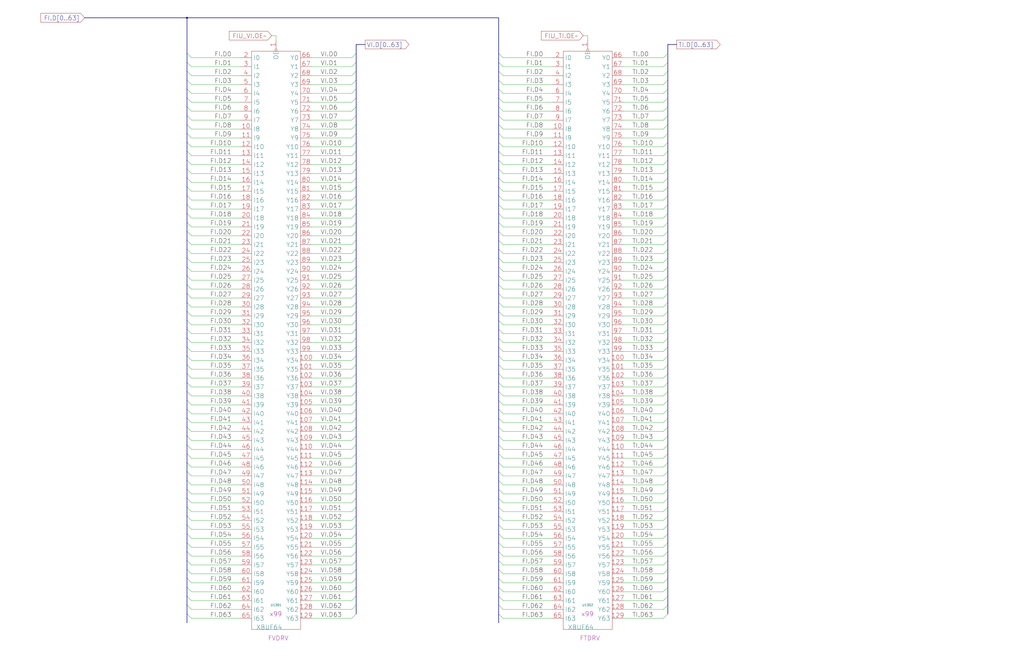
<source format=kicad_sch>
(kicad_sch (version 20211123) (generator eeschema)
  (paper "User" 584.2 378.46)
  (title_block (title "FIU_TV BUS DRIVERS") (date "20-MAR-90") (rev "1.0") (comment 1 "FIU") (comment 2 "232-003065") (comment 3 "S400") (comment 4 "RELEASED"))
  (bus (pts (xy 106.68 10.16) (xy 106.68 30.48)))
  (bus (pts (xy 106.68 10.16) (xy 284.48 10.16)))
  (bus (pts (xy 106.68 101.6) (xy 106.68 106.68)))
  (bus (pts (xy 106.68 106.68) (xy 106.68 111.76)))
  (bus (pts (xy 106.68 111.76) (xy 106.68 116.84)))
  (bus (pts (xy 106.68 116.84) (xy 106.68 121.92)))
  (bus (pts (xy 106.68 121.92) (xy 106.68 127)))
  (bus (pts (xy 106.68 127) (xy 106.68 132.08)))
  (bus (pts (xy 106.68 132.08) (xy 106.68 137.16)))
  (bus (pts (xy 106.68 137.16) (xy 106.68 142.24)))
  (bus (pts (xy 106.68 142.24) (xy 106.68 147.32)))
  (bus (pts (xy 106.68 147.32) (xy 106.68 152.4)))
  (bus (pts (xy 106.68 152.4) (xy 106.68 157.48)))
  (bus (pts (xy 106.68 157.48) (xy 106.68 162.56)))
  (bus (pts (xy 106.68 162.56) (xy 106.68 167.64)))
  (bus (pts (xy 106.68 167.64) (xy 106.68 172.72)))
  (bus (pts (xy 106.68 172.72) (xy 106.68 177.8)))
  (bus (pts (xy 106.68 177.8) (xy 106.68 182.88)))
  (bus (pts (xy 106.68 182.88) (xy 106.68 187.96)))
  (bus (pts (xy 106.68 187.96) (xy 106.68 193.04)))
  (bus (pts (xy 106.68 193.04) (xy 106.68 198.12)))
  (bus (pts (xy 106.68 198.12) (xy 106.68 203.2)))
  (bus (pts (xy 106.68 203.2) (xy 106.68 208.28)))
  (bus (pts (xy 106.68 208.28) (xy 106.68 213.36)))
  (bus (pts (xy 106.68 213.36) (xy 106.68 218.44)))
  (bus (pts (xy 106.68 218.44) (xy 106.68 223.52)))
  (bus (pts (xy 106.68 223.52) (xy 106.68 228.6)))
  (bus (pts (xy 106.68 228.6) (xy 106.68 233.68)))
  (bus (pts (xy 106.68 233.68) (xy 106.68 238.76)))
  (bus (pts (xy 106.68 238.76) (xy 106.68 243.84)))
  (bus (pts (xy 106.68 243.84) (xy 106.68 248.92)))
  (bus (pts (xy 106.68 248.92) (xy 106.68 254)))
  (bus (pts (xy 106.68 254) (xy 106.68 259.08)))
  (bus (pts (xy 106.68 259.08) (xy 106.68 264.16)))
  (bus (pts (xy 106.68 264.16) (xy 106.68 269.24)))
  (bus (pts (xy 106.68 269.24) (xy 106.68 274.32)))
  (bus (pts (xy 106.68 274.32) (xy 106.68 279.4)))
  (bus (pts (xy 106.68 279.4) (xy 106.68 284.48)))
  (bus (pts (xy 106.68 284.48) (xy 106.68 289.56)))
  (bus (pts (xy 106.68 289.56) (xy 106.68 294.64)))
  (bus (pts (xy 106.68 294.64) (xy 106.68 299.72)))
  (bus (pts (xy 106.68 299.72) (xy 106.68 304.8)))
  (bus (pts (xy 106.68 30.48) (xy 106.68 35.56)))
  (bus (pts (xy 106.68 304.8) (xy 106.68 309.88)))
  (bus (pts (xy 106.68 309.88) (xy 106.68 314.96)))
  (bus (pts (xy 106.68 314.96) (xy 106.68 320.04)))
  (bus (pts (xy 106.68 320.04) (xy 106.68 325.12)))
  (bus (pts (xy 106.68 325.12) (xy 106.68 330.2)))
  (bus (pts (xy 106.68 330.2) (xy 106.68 335.28)))
  (bus (pts (xy 106.68 335.28) (xy 106.68 340.36)))
  (bus (pts (xy 106.68 340.36) (xy 106.68 345.44)))
  (bus (pts (xy 106.68 345.44) (xy 106.68 350.52)))
  (bus (pts (xy 106.68 35.56) (xy 106.68 40.64)))
  (bus (pts (xy 106.68 350.52) (xy 106.68 355.6)))
  (bus (pts (xy 106.68 40.64) (xy 106.68 45.72)))
  (bus (pts (xy 106.68 45.72) (xy 106.68 50.8)))
  (bus (pts (xy 106.68 50.8) (xy 106.68 55.88)))
  (bus (pts (xy 106.68 55.88) (xy 106.68 60.96)))
  (bus (pts (xy 106.68 60.96) (xy 106.68 66.04)))
  (bus (pts (xy 106.68 66.04) (xy 106.68 71.12)))
  (bus (pts (xy 106.68 71.12) (xy 106.68 76.2)))
  (bus (pts (xy 106.68 76.2) (xy 106.68 81.28)))
  (bus (pts (xy 106.68 81.28) (xy 106.68 86.36)))
  (bus (pts (xy 106.68 86.36) (xy 106.68 91.44)))
  (bus (pts (xy 106.68 91.44) (xy 106.68 96.52)))
  (bus (pts (xy 106.68 96.52) (xy 106.68 101.6)))
  (bus (pts (xy 203.2 101.6) (xy 203.2 106.68)))
  (bus (pts (xy 203.2 106.68) (xy 203.2 111.76)))
  (bus (pts (xy 203.2 111.76) (xy 203.2 116.84)))
  (bus (pts (xy 203.2 116.84) (xy 203.2 121.92)))
  (bus (pts (xy 203.2 121.92) (xy 203.2 127)))
  (bus (pts (xy 203.2 127) (xy 203.2 132.08)))
  (bus (pts (xy 203.2 132.08) (xy 203.2 137.16)))
  (bus (pts (xy 203.2 137.16) (xy 203.2 142.24)))
  (bus (pts (xy 203.2 142.24) (xy 203.2 147.32)))
  (bus (pts (xy 203.2 147.32) (xy 203.2 152.4)))
  (bus (pts (xy 203.2 152.4) (xy 203.2 157.48)))
  (bus (pts (xy 203.2 157.48) (xy 203.2 162.56)))
  (bus (pts (xy 203.2 162.56) (xy 203.2 167.64)))
  (bus (pts (xy 203.2 167.64) (xy 203.2 172.72)))
  (bus (pts (xy 203.2 172.72) (xy 203.2 177.8)))
  (bus (pts (xy 203.2 177.8) (xy 203.2 182.88)))
  (bus (pts (xy 203.2 182.88) (xy 203.2 187.96)))
  (bus (pts (xy 203.2 187.96) (xy 203.2 193.04)))
  (bus (pts (xy 203.2 193.04) (xy 203.2 198.12)))
  (bus (pts (xy 203.2 198.12) (xy 203.2 203.2)))
  (bus (pts (xy 203.2 203.2) (xy 203.2 208.28)))
  (bus (pts (xy 203.2 208.28) (xy 203.2 213.36)))
  (bus (pts (xy 203.2 213.36) (xy 203.2 218.44)))
  (bus (pts (xy 203.2 218.44) (xy 203.2 223.52)))
  (bus (pts (xy 203.2 223.52) (xy 203.2 228.6)))
  (bus (pts (xy 203.2 228.6) (xy 203.2 233.68)))
  (bus (pts (xy 203.2 233.68) (xy 203.2 238.76)))
  (bus (pts (xy 203.2 238.76) (xy 203.2 243.84)))
  (bus (pts (xy 203.2 243.84) (xy 203.2 248.92)))
  (bus (pts (xy 203.2 248.92) (xy 203.2 254)))
  (bus (pts (xy 203.2 25.4) (xy 203.2 30.48)))
  (bus (pts (xy 203.2 254) (xy 203.2 259.08)))
  (bus (pts (xy 203.2 259.08) (xy 203.2 264.16)))
  (bus (pts (xy 203.2 264.16) (xy 203.2 269.24)))
  (bus (pts (xy 203.2 269.24) (xy 203.2 274.32)))
  (bus (pts (xy 203.2 274.32) (xy 203.2 279.4)))
  (bus (pts (xy 203.2 279.4) (xy 203.2 284.48)))
  (bus (pts (xy 203.2 284.48) (xy 203.2 289.56)))
  (bus (pts (xy 203.2 289.56) (xy 203.2 294.64)))
  (bus (pts (xy 203.2 294.64) (xy 203.2 299.72)))
  (bus (pts (xy 203.2 299.72) (xy 203.2 304.8)))
  (bus (pts (xy 203.2 30.48) (xy 203.2 35.56)))
  (bus (pts (xy 203.2 304.8) (xy 203.2 309.88)))
  (bus (pts (xy 203.2 309.88) (xy 203.2 314.96)))
  (bus (pts (xy 203.2 314.96) (xy 203.2 320.04)))
  (bus (pts (xy 203.2 320.04) (xy 203.2 325.12)))
  (bus (pts (xy 203.2 325.12) (xy 203.2 330.2)))
  (bus (pts (xy 203.2 330.2) (xy 203.2 335.28)))
  (bus (pts (xy 203.2 335.28) (xy 203.2 340.36)))
  (bus (pts (xy 203.2 340.36) (xy 203.2 345.44)))
  (bus (pts (xy 203.2 345.44) (xy 203.2 350.52)))
  (bus (pts (xy 203.2 35.56) (xy 203.2 40.64)))
  (bus (pts (xy 203.2 40.64) (xy 203.2 45.72)))
  (bus (pts (xy 203.2 45.72) (xy 203.2 50.8)))
  (bus (pts (xy 203.2 50.8) (xy 203.2 55.88)))
  (bus (pts (xy 203.2 55.88) (xy 203.2 60.96)))
  (bus (pts (xy 203.2 60.96) (xy 203.2 66.04)))
  (bus (pts (xy 203.2 66.04) (xy 203.2 71.12)))
  (bus (pts (xy 203.2 71.12) (xy 203.2 76.2)))
  (bus (pts (xy 203.2 76.2) (xy 203.2 81.28)))
  (bus (pts (xy 203.2 81.28) (xy 203.2 86.36)))
  (bus (pts (xy 203.2 86.36) (xy 203.2 91.44)))
  (bus (pts (xy 203.2 91.44) (xy 203.2 96.52)))
  (bus (pts (xy 203.2 96.52) (xy 203.2 101.6)))
  (bus (pts (xy 208.28 25.4) (xy 203.2 25.4)))
  (bus (pts (xy 284.48 10.16) (xy 284.48 30.48)))
  (bus (pts (xy 284.48 101.6) (xy 284.48 106.68)))
  (bus (pts (xy 284.48 106.68) (xy 284.48 111.76)))
  (bus (pts (xy 284.48 111.76) (xy 284.48 116.84)))
  (bus (pts (xy 284.48 116.84) (xy 284.48 121.92)))
  (bus (pts (xy 284.48 121.92) (xy 284.48 127)))
  (bus (pts (xy 284.48 127) (xy 284.48 132.08)))
  (bus (pts (xy 284.48 132.08) (xy 284.48 137.16)))
  (bus (pts (xy 284.48 137.16) (xy 284.48 142.24)))
  (bus (pts (xy 284.48 142.24) (xy 284.48 147.32)))
  (bus (pts (xy 284.48 147.32) (xy 284.48 152.4)))
  (bus (pts (xy 284.48 152.4) (xy 284.48 157.48)))
  (bus (pts (xy 284.48 157.48) (xy 284.48 162.56)))
  (bus (pts (xy 284.48 162.56) (xy 284.48 167.64)))
  (bus (pts (xy 284.48 167.64) (xy 284.48 172.72)))
  (bus (pts (xy 284.48 172.72) (xy 284.48 177.8)))
  (bus (pts (xy 284.48 177.8) (xy 284.48 182.88)))
  (bus (pts (xy 284.48 182.88) (xy 284.48 187.96)))
  (bus (pts (xy 284.48 187.96) (xy 284.48 193.04)))
  (bus (pts (xy 284.48 193.04) (xy 284.48 198.12)))
  (bus (pts (xy 284.48 198.12) (xy 284.48 203.2)))
  (bus (pts (xy 284.48 203.2) (xy 284.48 208.28)))
  (bus (pts (xy 284.48 208.28) (xy 284.48 213.36)))
  (bus (pts (xy 284.48 213.36) (xy 284.48 218.44)))
  (bus (pts (xy 284.48 218.44) (xy 284.48 223.52)))
  (bus (pts (xy 284.48 223.52) (xy 284.48 228.6)))
  (bus (pts (xy 284.48 228.6) (xy 284.48 233.68)))
  (bus (pts (xy 284.48 233.68) (xy 284.48 238.76)))
  (bus (pts (xy 284.48 238.76) (xy 284.48 243.84)))
  (bus (pts (xy 284.48 243.84) (xy 284.48 248.92)))
  (bus (pts (xy 284.48 248.92) (xy 284.48 254)))
  (bus (pts (xy 284.48 254) (xy 284.48 259.08)))
  (bus (pts (xy 284.48 259.08) (xy 284.48 264.16)))
  (bus (pts (xy 284.48 264.16) (xy 284.48 269.24)))
  (bus (pts (xy 284.48 269.24) (xy 284.48 274.32)))
  (bus (pts (xy 284.48 274.32) (xy 284.48 279.4)))
  (bus (pts (xy 284.48 279.4) (xy 284.48 284.48)))
  (bus (pts (xy 284.48 284.48) (xy 284.48 289.56)))
  (bus (pts (xy 284.48 289.56) (xy 284.48 294.64)))
  (bus (pts (xy 284.48 294.64) (xy 284.48 299.72)))
  (bus (pts (xy 284.48 299.72) (xy 284.48 304.8)))
  (bus (pts (xy 284.48 30.48) (xy 284.48 35.56)))
  (bus (pts (xy 284.48 304.8) (xy 284.48 309.88)))
  (bus (pts (xy 284.48 309.88) (xy 284.48 314.96)))
  (bus (pts (xy 284.48 314.96) (xy 284.48 320.04)))
  (bus (pts (xy 284.48 320.04) (xy 284.48 325.12)))
  (bus (pts (xy 284.48 325.12) (xy 284.48 330.2)))
  (bus (pts (xy 284.48 330.2) (xy 284.48 335.28)))
  (bus (pts (xy 284.48 335.28) (xy 284.48 340.36)))
  (bus (pts (xy 284.48 340.36) (xy 284.48 345.44)))
  (bus (pts (xy 284.48 345.44) (xy 284.48 350.52)))
  (bus (pts (xy 284.48 35.56) (xy 284.48 40.64)))
  (bus (pts (xy 284.48 350.52) (xy 284.48 355.6)))
  (bus (pts (xy 284.48 40.64) (xy 284.48 45.72)))
  (bus (pts (xy 284.48 45.72) (xy 284.48 50.8)))
  (bus (pts (xy 284.48 50.8) (xy 284.48 55.88)))
  (bus (pts (xy 284.48 55.88) (xy 284.48 60.96)))
  (bus (pts (xy 284.48 60.96) (xy 284.48 66.04)))
  (bus (pts (xy 284.48 66.04) (xy 284.48 71.12)))
  (bus (pts (xy 284.48 71.12) (xy 284.48 76.2)))
  (bus (pts (xy 284.48 76.2) (xy 284.48 81.28)))
  (bus (pts (xy 284.48 81.28) (xy 284.48 86.36)))
  (bus (pts (xy 284.48 86.36) (xy 284.48 91.44)))
  (bus (pts (xy 284.48 91.44) (xy 284.48 96.52)))
  (bus (pts (xy 284.48 96.52) (xy 284.48 101.6)))
  (bus (pts (xy 381 101.6) (xy 381 106.68)))
  (bus (pts (xy 381 106.68) (xy 381 111.76)))
  (bus (pts (xy 381 111.76) (xy 381 116.84)))
  (bus (pts (xy 381 116.84) (xy 381 121.92)))
  (bus (pts (xy 381 121.92) (xy 381 127)))
  (bus (pts (xy 381 127) (xy 381 132.08)))
  (bus (pts (xy 381 132.08) (xy 381 137.16)))
  (bus (pts (xy 381 137.16) (xy 381 142.24)))
  (bus (pts (xy 381 142.24) (xy 381 147.32)))
  (bus (pts (xy 381 147.32) (xy 381 152.4)))
  (bus (pts (xy 381 152.4) (xy 381 157.48)))
  (bus (pts (xy 381 157.48) (xy 381 162.56)))
  (bus (pts (xy 381 162.56) (xy 381 167.64)))
  (bus (pts (xy 381 167.64) (xy 381 172.72)))
  (bus (pts (xy 381 172.72) (xy 381 177.8)))
  (bus (pts (xy 381 177.8) (xy 381 182.88)))
  (bus (pts (xy 381 182.88) (xy 381 187.96)))
  (bus (pts (xy 381 187.96) (xy 381 193.04)))
  (bus (pts (xy 381 193.04) (xy 381 198.12)))
  (bus (pts (xy 381 198.12) (xy 381 203.2)))
  (bus (pts (xy 381 203.2) (xy 381 208.28)))
  (bus (pts (xy 381 208.28) (xy 381 213.36)))
  (bus (pts (xy 381 213.36) (xy 381 218.44)))
  (bus (pts (xy 381 218.44) (xy 381 223.52)))
  (bus (pts (xy 381 223.52) (xy 381 228.6)))
  (bus (pts (xy 381 228.6) (xy 381 233.68)))
  (bus (pts (xy 381 233.68) (xy 381 238.76)))
  (bus (pts (xy 381 238.76) (xy 381 243.84)))
  (bus (pts (xy 381 243.84) (xy 381 248.92)))
  (bus (pts (xy 381 248.92) (xy 381 254)))
  (bus (pts (xy 381 25.4) (xy 381 30.48)))
  (bus (pts (xy 381 254) (xy 381 259.08)))
  (bus (pts (xy 381 259.08) (xy 381 264.16)))
  (bus (pts (xy 381 264.16) (xy 381 269.24)))
  (bus (pts (xy 381 269.24) (xy 381 274.32)))
  (bus (pts (xy 381 274.32) (xy 381 279.4)))
  (bus (pts (xy 381 279.4) (xy 381 284.48)))
  (bus (pts (xy 381 284.48) (xy 381 289.56)))
  (bus (pts (xy 381 289.56) (xy 381 294.64)))
  (bus (pts (xy 381 294.64) (xy 381 299.72)))
  (bus (pts (xy 381 299.72) (xy 381 304.8)))
  (bus (pts (xy 381 30.48) (xy 381 35.56)))
  (bus (pts (xy 381 304.8) (xy 381 309.88)))
  (bus (pts (xy 381 309.88) (xy 381 314.96)))
  (bus (pts (xy 381 314.96) (xy 381 320.04)))
  (bus (pts (xy 381 320.04) (xy 381 325.12)))
  (bus (pts (xy 381 325.12) (xy 381 330.2)))
  (bus (pts (xy 381 330.2) (xy 381 335.28)))
  (bus (pts (xy 381 335.28) (xy 381 340.36)))
  (bus (pts (xy 381 340.36) (xy 381 345.44)))
  (bus (pts (xy 381 345.44) (xy 381 350.52)))
  (bus (pts (xy 381 35.56) (xy 381 40.64)))
  (bus (pts (xy 381 40.64) (xy 381 45.72)))
  (bus (pts (xy 381 45.72) (xy 381 50.8)))
  (bus (pts (xy 381 50.8) (xy 381 55.88)))
  (bus (pts (xy 381 55.88) (xy 381 60.96)))
  (bus (pts (xy 381 60.96) (xy 381 66.04)))
  (bus (pts (xy 381 66.04) (xy 381 71.12)))
  (bus (pts (xy 381 71.12) (xy 381 76.2)))
  (bus (pts (xy 381 76.2) (xy 381 81.28)))
  (bus (pts (xy 381 81.28) (xy 381 86.36)))
  (bus (pts (xy 381 86.36) (xy 381 91.44)))
  (bus (pts (xy 381 91.44) (xy 381 96.52)))
  (bus (pts (xy 381 96.52) (xy 381 101.6)))
  (bus (pts (xy 386.08 25.4) (xy 381 25.4)))
  (bus (pts (xy 48.26 10.16) (xy 106.68 10.16)))
  (wire (pts (xy 137.16 104.14) (xy 109.22 104.14)))
  (wire (pts (xy 137.16 109.22) (xy 109.22 109.22)))
  (wire (pts (xy 137.16 114.3) (xy 109.22 114.3)))
  (wire (pts (xy 137.16 119.38) (xy 109.22 119.38)))
  (wire (pts (xy 137.16 124.46) (xy 109.22 124.46)))
  (wire (pts (xy 137.16 129.54) (xy 109.22 129.54)))
  (wire (pts (xy 137.16 134.62) (xy 109.22 134.62)))
  (wire (pts (xy 137.16 139.7) (xy 109.22 139.7)))
  (wire (pts (xy 137.16 144.78) (xy 109.22 144.78)))
  (wire (pts (xy 137.16 149.86) (xy 109.22 149.86)))
  (wire (pts (xy 137.16 154.94) (xy 109.22 154.94)))
  (wire (pts (xy 137.16 160.02) (xy 109.22 160.02)))
  (wire (pts (xy 137.16 165.1) (xy 109.22 165.1)))
  (wire (pts (xy 137.16 170.18) (xy 109.22 170.18)))
  (wire (pts (xy 137.16 175.26) (xy 109.22 175.26)))
  (wire (pts (xy 137.16 180.34) (xy 109.22 180.34)))
  (wire (pts (xy 137.16 185.42) (xy 109.22 185.42)))
  (wire (pts (xy 137.16 190.5) (xy 109.22 190.5)))
  (wire (pts (xy 137.16 195.58) (xy 109.22 195.58)))
  (wire (pts (xy 137.16 200.66) (xy 109.22 200.66)))
  (wire (pts (xy 137.16 205.74) (xy 109.22 205.74)))
  (wire (pts (xy 137.16 210.82) (xy 109.22 210.82)))
  (wire (pts (xy 137.16 215.9) (xy 109.22 215.9)))
  (wire (pts (xy 137.16 220.98) (xy 109.22 220.98)))
  (wire (pts (xy 137.16 226.06) (xy 109.22 226.06)))
  (wire (pts (xy 137.16 231.14) (xy 109.22 231.14)))
  (wire (pts (xy 137.16 236.22) (xy 109.22 236.22)))
  (wire (pts (xy 137.16 241.3) (xy 109.22 241.3)))
  (wire (pts (xy 137.16 246.38) (xy 109.22 246.38)))
  (wire (pts (xy 137.16 251.46) (xy 109.22 251.46)))
  (wire (pts (xy 137.16 256.54) (xy 109.22 256.54)))
  (wire (pts (xy 137.16 261.62) (xy 109.22 261.62)))
  (wire (pts (xy 137.16 266.7) (xy 109.22 266.7)))
  (wire (pts (xy 137.16 271.78) (xy 109.22 271.78)))
  (wire (pts (xy 137.16 276.86) (xy 109.22 276.86)))
  (wire (pts (xy 137.16 281.94) (xy 109.22 281.94)))
  (wire (pts (xy 137.16 287.02) (xy 109.22 287.02)))
  (wire (pts (xy 137.16 292.1) (xy 109.22 292.1)))
  (wire (pts (xy 137.16 297.18) (xy 109.22 297.18)))
  (wire (pts (xy 137.16 302.26) (xy 109.22 302.26)))
  (wire (pts (xy 137.16 307.34) (xy 109.22 307.34)))
  (wire (pts (xy 137.16 312.42) (xy 109.22 312.42)))
  (wire (pts (xy 137.16 317.5) (xy 109.22 317.5)))
  (wire (pts (xy 137.16 322.58) (xy 109.22 322.58)))
  (wire (pts (xy 137.16 327.66) (xy 109.22 327.66)))
  (wire (pts (xy 137.16 33.02) (xy 109.22 33.02)))
  (wire (pts (xy 137.16 332.74) (xy 109.22 332.74)))
  (wire (pts (xy 137.16 337.82) (xy 109.22 337.82)))
  (wire (pts (xy 137.16 342.9) (xy 109.22 342.9)))
  (wire (pts (xy 137.16 347.98) (xy 109.22 347.98)))
  (wire (pts (xy 137.16 353.06) (xy 109.22 353.06)))
  (wire (pts (xy 137.16 38.1) (xy 109.22 38.1)))
  (wire (pts (xy 137.16 43.18) (xy 109.22 43.18)))
  (wire (pts (xy 137.16 48.26) (xy 109.22 48.26)))
  (wire (pts (xy 137.16 53.34) (xy 109.22 53.34)))
  (wire (pts (xy 137.16 58.42) (xy 109.22 58.42)))
  (wire (pts (xy 137.16 63.5) (xy 109.22 63.5)))
  (wire (pts (xy 137.16 68.58) (xy 109.22 68.58)))
  (wire (pts (xy 137.16 73.66) (xy 109.22 73.66)))
  (wire (pts (xy 137.16 78.74) (xy 109.22 78.74)))
  (wire (pts (xy 137.16 83.82) (xy 109.22 83.82)))
  (wire (pts (xy 137.16 88.9) (xy 109.22 88.9)))
  (wire (pts (xy 137.16 93.98) (xy 109.22 93.98)))
  (wire (pts (xy 137.16 99.06) (xy 109.22 99.06)))
  (wire (pts (xy 154.94 20.32) (xy 157.48 20.32)))
  (wire (pts (xy 157.48 20.32) (xy 157.48 22.86)))
  (wire (pts (xy 177.8 104.14) (xy 200.66 104.14)))
  (wire (pts (xy 177.8 109.22) (xy 200.66 109.22)))
  (wire (pts (xy 177.8 114.3) (xy 200.66 114.3)))
  (wire (pts (xy 177.8 119.38) (xy 200.66 119.38)))
  (wire (pts (xy 177.8 124.46) (xy 200.66 124.46)))
  (wire (pts (xy 177.8 129.54) (xy 200.66 129.54)))
  (wire (pts (xy 177.8 134.62) (xy 200.66 134.62)))
  (wire (pts (xy 177.8 139.7) (xy 200.66 139.7)))
  (wire (pts (xy 177.8 144.78) (xy 200.66 144.78)))
  (wire (pts (xy 177.8 149.86) (xy 200.66 149.86)))
  (wire (pts (xy 177.8 154.94) (xy 200.66 154.94)))
  (wire (pts (xy 177.8 160.02) (xy 200.66 160.02)))
  (wire (pts (xy 177.8 165.1) (xy 200.66 165.1)))
  (wire (pts (xy 177.8 170.18) (xy 200.66 170.18)))
  (wire (pts (xy 177.8 175.26) (xy 200.66 175.26)))
  (wire (pts (xy 177.8 180.34) (xy 200.66 180.34)))
  (wire (pts (xy 177.8 185.42) (xy 200.66 185.42)))
  (wire (pts (xy 177.8 190.5) (xy 200.66 190.5)))
  (wire (pts (xy 177.8 195.58) (xy 200.66 195.58)))
  (wire (pts (xy 177.8 200.66) (xy 200.66 200.66)))
  (wire (pts (xy 177.8 205.74) (xy 200.66 205.74)))
  (wire (pts (xy 177.8 210.82) (xy 200.66 210.82)))
  (wire (pts (xy 177.8 215.9) (xy 200.66 215.9)))
  (wire (pts (xy 177.8 220.98) (xy 200.66 220.98)))
  (wire (pts (xy 177.8 226.06) (xy 200.66 226.06)))
  (wire (pts (xy 177.8 231.14) (xy 200.66 231.14)))
  (wire (pts (xy 177.8 236.22) (xy 200.66 236.22)))
  (wire (pts (xy 177.8 241.3) (xy 200.66 241.3)))
  (wire (pts (xy 177.8 246.38) (xy 200.66 246.38)))
  (wire (pts (xy 177.8 251.46) (xy 200.66 251.46)))
  (wire (pts (xy 177.8 256.54) (xy 200.66 256.54)))
  (wire (pts (xy 177.8 261.62) (xy 200.66 261.62)))
  (wire (pts (xy 177.8 266.7) (xy 200.66 266.7)))
  (wire (pts (xy 177.8 271.78) (xy 200.66 271.78)))
  (wire (pts (xy 177.8 276.86) (xy 200.66 276.86)))
  (wire (pts (xy 177.8 281.94) (xy 200.66 281.94)))
  (wire (pts (xy 177.8 287.02) (xy 200.66 287.02)))
  (wire (pts (xy 177.8 292.1) (xy 200.66 292.1)))
  (wire (pts (xy 177.8 297.18) (xy 200.66 297.18)))
  (wire (pts (xy 177.8 302.26) (xy 200.66 302.26)))
  (wire (pts (xy 177.8 307.34) (xy 200.66 307.34)))
  (wire (pts (xy 177.8 312.42) (xy 200.66 312.42)))
  (wire (pts (xy 177.8 317.5) (xy 200.66 317.5)))
  (wire (pts (xy 177.8 322.58) (xy 200.66 322.58)))
  (wire (pts (xy 177.8 327.66) (xy 200.66 327.66)))
  (wire (pts (xy 177.8 33.02) (xy 200.66 33.02)))
  (wire (pts (xy 177.8 332.74) (xy 200.66 332.74)))
  (wire (pts (xy 177.8 337.82) (xy 200.66 337.82)))
  (wire (pts (xy 177.8 342.9) (xy 200.66 342.9)))
  (wire (pts (xy 177.8 347.98) (xy 200.66 347.98)))
  (wire (pts (xy 177.8 353.06) (xy 200.66 353.06)))
  (wire (pts (xy 177.8 38.1) (xy 200.66 38.1)))
  (wire (pts (xy 177.8 43.18) (xy 200.66 43.18)))
  (wire (pts (xy 177.8 48.26) (xy 200.66 48.26)))
  (wire (pts (xy 177.8 53.34) (xy 200.66 53.34)))
  (wire (pts (xy 177.8 58.42) (xy 200.66 58.42)))
  (wire (pts (xy 177.8 63.5) (xy 200.66 63.5)))
  (wire (pts (xy 177.8 68.58) (xy 200.66 68.58)))
  (wire (pts (xy 177.8 73.66) (xy 200.66 73.66)))
  (wire (pts (xy 177.8 78.74) (xy 200.66 78.74)))
  (wire (pts (xy 177.8 83.82) (xy 200.66 83.82)))
  (wire (pts (xy 177.8 88.9) (xy 200.66 88.9)))
  (wire (pts (xy 177.8 93.98) (xy 200.66 93.98)))
  (wire (pts (xy 177.8 99.06) (xy 200.66 99.06)))
  (wire (pts (xy 314.96 104.14) (xy 287.02 104.14)))
  (wire (pts (xy 314.96 109.22) (xy 287.02 109.22)))
  (wire (pts (xy 314.96 114.3) (xy 287.02 114.3)))
  (wire (pts (xy 314.96 119.38) (xy 287.02 119.38)))
  (wire (pts (xy 314.96 124.46) (xy 287.02 124.46)))
  (wire (pts (xy 314.96 129.54) (xy 287.02 129.54)))
  (wire (pts (xy 314.96 134.62) (xy 287.02 134.62)))
  (wire (pts (xy 314.96 139.7) (xy 287.02 139.7)))
  (wire (pts (xy 314.96 144.78) (xy 287.02 144.78)))
  (wire (pts (xy 314.96 149.86) (xy 287.02 149.86)))
  (wire (pts (xy 314.96 154.94) (xy 287.02 154.94)))
  (wire (pts (xy 314.96 160.02) (xy 287.02 160.02)))
  (wire (pts (xy 314.96 165.1) (xy 287.02 165.1)))
  (wire (pts (xy 314.96 170.18) (xy 287.02 170.18)))
  (wire (pts (xy 314.96 175.26) (xy 287.02 175.26)))
  (wire (pts (xy 314.96 180.34) (xy 287.02 180.34)))
  (wire (pts (xy 314.96 185.42) (xy 287.02 185.42)))
  (wire (pts (xy 314.96 190.5) (xy 287.02 190.5)))
  (wire (pts (xy 314.96 195.58) (xy 287.02 195.58)))
  (wire (pts (xy 314.96 200.66) (xy 287.02 200.66)))
  (wire (pts (xy 314.96 205.74) (xy 287.02 205.74)))
  (wire (pts (xy 314.96 210.82) (xy 287.02 210.82)))
  (wire (pts (xy 314.96 215.9) (xy 287.02 215.9)))
  (wire (pts (xy 314.96 220.98) (xy 287.02 220.98)))
  (wire (pts (xy 314.96 226.06) (xy 287.02 226.06)))
  (wire (pts (xy 314.96 231.14) (xy 287.02 231.14)))
  (wire (pts (xy 314.96 236.22) (xy 287.02 236.22)))
  (wire (pts (xy 314.96 241.3) (xy 287.02 241.3)))
  (wire (pts (xy 314.96 246.38) (xy 287.02 246.38)))
  (wire (pts (xy 314.96 251.46) (xy 287.02 251.46)))
  (wire (pts (xy 314.96 256.54) (xy 287.02 256.54)))
  (wire (pts (xy 314.96 261.62) (xy 287.02 261.62)))
  (wire (pts (xy 314.96 266.7) (xy 287.02 266.7)))
  (wire (pts (xy 314.96 271.78) (xy 287.02 271.78)))
  (wire (pts (xy 314.96 276.86) (xy 287.02 276.86)))
  (wire (pts (xy 314.96 281.94) (xy 287.02 281.94)))
  (wire (pts (xy 314.96 287.02) (xy 287.02 287.02)))
  (wire (pts (xy 314.96 292.1) (xy 287.02 292.1)))
  (wire (pts (xy 314.96 297.18) (xy 287.02 297.18)))
  (wire (pts (xy 314.96 302.26) (xy 287.02 302.26)))
  (wire (pts (xy 314.96 307.34) (xy 287.02 307.34)))
  (wire (pts (xy 314.96 312.42) (xy 287.02 312.42)))
  (wire (pts (xy 314.96 317.5) (xy 287.02 317.5)))
  (wire (pts (xy 314.96 322.58) (xy 287.02 322.58)))
  (wire (pts (xy 314.96 327.66) (xy 287.02 327.66)))
  (wire (pts (xy 314.96 33.02) (xy 287.02 33.02)))
  (wire (pts (xy 314.96 332.74) (xy 287.02 332.74)))
  (wire (pts (xy 314.96 337.82) (xy 287.02 337.82)))
  (wire (pts (xy 314.96 342.9) (xy 287.02 342.9)))
  (wire (pts (xy 314.96 347.98) (xy 287.02 347.98)))
  (wire (pts (xy 314.96 353.06) (xy 287.02 353.06)))
  (wire (pts (xy 314.96 38.1) (xy 287.02 38.1)))
  (wire (pts (xy 314.96 43.18) (xy 287.02 43.18)))
  (wire (pts (xy 314.96 48.26) (xy 287.02 48.26)))
  (wire (pts (xy 314.96 53.34) (xy 287.02 53.34)))
  (wire (pts (xy 314.96 58.42) (xy 287.02 58.42)))
  (wire (pts (xy 314.96 63.5) (xy 287.02 63.5)))
  (wire (pts (xy 314.96 68.58) (xy 287.02 68.58)))
  (wire (pts (xy 314.96 73.66) (xy 287.02 73.66)))
  (wire (pts (xy 314.96 78.74) (xy 287.02 78.74)))
  (wire (pts (xy 314.96 83.82) (xy 287.02 83.82)))
  (wire (pts (xy 314.96 88.9) (xy 287.02 88.9)))
  (wire (pts (xy 314.96 93.98) (xy 287.02 93.98)))
  (wire (pts (xy 314.96 99.06) (xy 287.02 99.06)))
  (wire (pts (xy 332.74 20.32) (xy 335.28 20.32)))
  (wire (pts (xy 335.28 20.32) (xy 335.28 22.86)))
  (wire (pts (xy 355.6 104.14) (xy 378.46 104.14)))
  (wire (pts (xy 355.6 109.22) (xy 378.46 109.22)))
  (wire (pts (xy 355.6 114.3) (xy 378.46 114.3)))
  (wire (pts (xy 355.6 119.38) (xy 378.46 119.38)))
  (wire (pts (xy 355.6 124.46) (xy 378.46 124.46)))
  (wire (pts (xy 355.6 129.54) (xy 378.46 129.54)))
  (wire (pts (xy 355.6 134.62) (xy 378.46 134.62)))
  (wire (pts (xy 355.6 139.7) (xy 378.46 139.7)))
  (wire (pts (xy 355.6 144.78) (xy 378.46 144.78)))
  (wire (pts (xy 355.6 149.86) (xy 378.46 149.86)))
  (wire (pts (xy 355.6 154.94) (xy 378.46 154.94)))
  (wire (pts (xy 355.6 160.02) (xy 378.46 160.02)))
  (wire (pts (xy 355.6 165.1) (xy 378.46 165.1)))
  (wire (pts (xy 355.6 170.18) (xy 378.46 170.18)))
  (wire (pts (xy 355.6 175.26) (xy 378.46 175.26)))
  (wire (pts (xy 355.6 180.34) (xy 378.46 180.34)))
  (wire (pts (xy 355.6 185.42) (xy 378.46 185.42)))
  (wire (pts (xy 355.6 190.5) (xy 378.46 190.5)))
  (wire (pts (xy 355.6 195.58) (xy 378.46 195.58)))
  (wire (pts (xy 355.6 200.66) (xy 378.46 200.66)))
  (wire (pts (xy 355.6 205.74) (xy 378.46 205.74)))
  (wire (pts (xy 355.6 210.82) (xy 378.46 210.82)))
  (wire (pts (xy 355.6 215.9) (xy 378.46 215.9)))
  (wire (pts (xy 355.6 220.98) (xy 378.46 220.98)))
  (wire (pts (xy 355.6 226.06) (xy 378.46 226.06)))
  (wire (pts (xy 355.6 231.14) (xy 378.46 231.14)))
  (wire (pts (xy 355.6 236.22) (xy 378.46 236.22)))
  (wire (pts (xy 355.6 241.3) (xy 378.46 241.3)))
  (wire (pts (xy 355.6 246.38) (xy 378.46 246.38)))
  (wire (pts (xy 355.6 251.46) (xy 378.46 251.46)))
  (wire (pts (xy 355.6 256.54) (xy 378.46 256.54)))
  (wire (pts (xy 355.6 261.62) (xy 378.46 261.62)))
  (wire (pts (xy 355.6 266.7) (xy 378.46 266.7)))
  (wire (pts (xy 355.6 271.78) (xy 378.46 271.78)))
  (wire (pts (xy 355.6 276.86) (xy 378.46 276.86)))
  (wire (pts (xy 355.6 281.94) (xy 378.46 281.94)))
  (wire (pts (xy 355.6 287.02) (xy 378.46 287.02)))
  (wire (pts (xy 355.6 292.1) (xy 378.46 292.1)))
  (wire (pts (xy 355.6 297.18) (xy 378.46 297.18)))
  (wire (pts (xy 355.6 302.26) (xy 378.46 302.26)))
  (wire (pts (xy 355.6 307.34) (xy 378.46 307.34)))
  (wire (pts (xy 355.6 312.42) (xy 378.46 312.42)))
  (wire (pts (xy 355.6 317.5) (xy 378.46 317.5)))
  (wire (pts (xy 355.6 322.58) (xy 378.46 322.58)))
  (wire (pts (xy 355.6 327.66) (xy 378.46 327.66)))
  (wire (pts (xy 355.6 33.02) (xy 378.46 33.02)))
  (wire (pts (xy 355.6 332.74) (xy 378.46 332.74)))
  (wire (pts (xy 355.6 337.82) (xy 378.46 337.82)))
  (wire (pts (xy 355.6 342.9) (xy 378.46 342.9)))
  (wire (pts (xy 355.6 347.98) (xy 378.46 347.98)))
  (wire (pts (xy 355.6 353.06) (xy 378.46 353.06)))
  (wire (pts (xy 355.6 38.1) (xy 378.46 38.1)))
  (wire (pts (xy 355.6 43.18) (xy 378.46 43.18)))
  (wire (pts (xy 355.6 48.26) (xy 378.46 48.26)))
  (wire (pts (xy 355.6 53.34) (xy 378.46 53.34)))
  (wire (pts (xy 355.6 58.42) (xy 378.46 58.42)))
  (wire (pts (xy 355.6 63.5) (xy 378.46 63.5)))
  (wire (pts (xy 355.6 68.58) (xy 378.46 68.58)))
  (wire (pts (xy 355.6 73.66) (xy 378.46 73.66)))
  (wire (pts (xy 355.6 78.74) (xy 378.46 78.74)))
  (wire (pts (xy 355.6 83.82) (xy 378.46 83.82)))
  (wire (pts (xy 355.6 88.9) (xy 378.46 88.9)))
  (wire (pts (xy 355.6 93.98) (xy 378.46 93.98)))
  (wire (pts (xy 355.6 99.06) (xy 378.46 99.06)))
  (global_label "FI.D[0..63]" (shape input) (at 48.26 10.16 180) (effects (font (size 2.54 2.54))) (property "Intersheet References" "${INTERSHEET_REFS}" (at 23.235 10.0013 0) (effects (font (size 2.54 2.54)) (justify right))))
  (junction (at 106.68 10.16))
  (bus_entry (at 106.68 30.48) (size 2.54 2.54))
  (bus_entry (at 106.68 35.56) (size 2.54 2.54))
  (bus_entry (at 106.68 40.64) (size 2.54 2.54))
  (bus_entry (at 106.68 45.72) (size 2.54 2.54))
  (bus_entry (at 106.68 50.8) (size 2.54 2.54))
  (bus_entry (at 106.68 55.88) (size 2.54 2.54))
  (bus_entry (at 106.68 60.96) (size 2.54 2.54))
  (bus_entry (at 106.68 66.04) (size 2.54 2.54))
  (bus_entry (at 106.68 71.12) (size 2.54 2.54))
  (bus_entry (at 106.68 76.2) (size 2.54 2.54))
  (bus_entry (at 106.68 81.28) (size 2.54 2.54))
  (bus_entry (at 106.68 86.36) (size 2.54 2.54))
  (bus_entry (at 106.68 91.44) (size 2.54 2.54))
  (bus_entry (at 106.68 96.52) (size 2.54 2.54))
  (bus_entry (at 106.68 101.6) (size 2.54 2.54))
  (bus_entry (at 106.68 106.68) (size 2.54 2.54))
  (bus_entry (at 106.68 111.76) (size 2.54 2.54))
  (bus_entry (at 106.68 116.84) (size 2.54 2.54))
  (bus_entry (at 106.68 121.92) (size 2.54 2.54))
  (bus_entry (at 106.68 127) (size 2.54 2.54))
  (bus_entry (at 106.68 132.08) (size 2.54 2.54))
  (bus_entry (at 106.68 137.16) (size 2.54 2.54))
  (bus_entry (at 106.68 142.24) (size 2.54 2.54))
  (bus_entry (at 106.68 147.32) (size 2.54 2.54))
  (bus_entry (at 106.68 152.4) (size 2.54 2.54))
  (bus_entry (at 106.68 157.48) (size 2.54 2.54))
  (bus_entry (at 106.68 162.56) (size 2.54 2.54))
  (bus_entry (at 106.68 167.64) (size 2.54 2.54))
  (bus_entry (at 106.68 172.72) (size 2.54 2.54))
  (bus_entry (at 106.68 177.8) (size 2.54 2.54))
  (bus_entry (at 106.68 182.88) (size 2.54 2.54))
  (bus_entry (at 106.68 187.96) (size 2.54 2.54))
  (bus_entry (at 106.68 193.04) (size 2.54 2.54))
  (bus_entry (at 106.68 198.12) (size 2.54 2.54))
  (bus_entry (at 106.68 203.2) (size 2.54 2.54))
  (bus_entry (at 106.68 208.28) (size 2.54 2.54))
  (bus_entry (at 106.68 213.36) (size 2.54 2.54))
  (bus_entry (at 106.68 218.44) (size 2.54 2.54))
  (bus_entry (at 106.68 223.52) (size 2.54 2.54))
  (bus_entry (at 106.68 228.6) (size 2.54 2.54))
  (bus_entry (at 106.68 233.68) (size 2.54 2.54))
  (bus_entry (at 106.68 238.76) (size 2.54 2.54))
  (bus_entry (at 106.68 243.84) (size 2.54 2.54))
  (bus_entry (at 106.68 248.92) (size 2.54 2.54))
  (bus_entry (at 106.68 254) (size 2.54 2.54))
  (bus_entry (at 106.68 259.08) (size 2.54 2.54))
  (bus_entry (at 106.68 264.16) (size 2.54 2.54))
  (bus_entry (at 106.68 269.24) (size 2.54 2.54))
  (bus_entry (at 106.68 274.32) (size 2.54 2.54))
  (bus_entry (at 106.68 279.4) (size 2.54 2.54))
  (bus_entry (at 106.68 284.48) (size 2.54 2.54))
  (bus_entry (at 106.68 289.56) (size 2.54 2.54))
  (bus_entry (at 106.68 294.64) (size 2.54 2.54))
  (bus_entry (at 106.68 299.72) (size 2.54 2.54))
  (bus_entry (at 106.68 304.8) (size 2.54 2.54))
  (bus_entry (at 106.68 309.88) (size 2.54 2.54))
  (bus_entry (at 106.68 314.96) (size 2.54 2.54))
  (bus_entry (at 106.68 320.04) (size 2.54 2.54))
  (bus_entry (at 106.68 325.12) (size 2.54 2.54))
  (bus_entry (at 106.68 330.2) (size 2.54 2.54))
  (bus_entry (at 106.68 335.28) (size 2.54 2.54))
  (bus_entry (at 106.68 340.36) (size 2.54 2.54))
  (bus_entry (at 106.68 345.44) (size 2.54 2.54))
  (bus_entry (at 106.68 350.52) (size 2.54 2.54))
  (label "FI.D0" (at 132.08 33.02 180) (effects (font (size 2.54 2.54))))
  (label "FI.D1" (at 132.08 38.1 180) (effects (font (size 2.54 2.54))))
  (label "FI.D2" (at 132.08 43.18 180) (effects (font (size 2.54 2.54))))
  (label "FI.D3" (at 132.08 48.26 180) (effects (font (size 2.54 2.54))))
  (label "FI.D4" (at 132.08 53.34 180) (effects (font (size 2.54 2.54))))
  (label "FI.D5" (at 132.08 58.42 180) (effects (font (size 2.54 2.54))))
  (label "FI.D6" (at 132.08 63.5 180) (effects (font (size 2.54 2.54))))
  (label "FI.D7" (at 132.08 68.58 180) (effects (font (size 2.54 2.54))))
  (label "FI.D8" (at 132.08 73.66 180) (effects (font (size 2.54 2.54))))
  (label "FI.D9" (at 132.08 78.74 180) (effects (font (size 2.54 2.54))))
  (label "FI.D10" (at 132.08 83.82 180) (effects (font (size 2.54 2.54))))
  (label "FI.D11" (at 132.08 88.9 180) (effects (font (size 2.54 2.54))))
  (label "FI.D12" (at 132.08 93.98 180) (effects (font (size 2.54 2.54))))
  (label "FI.D13" (at 132.08 99.06 180) (effects (font (size 2.54 2.54))))
  (label "FI.D14" (at 132.08 104.14 180) (effects (font (size 2.54 2.54))))
  (label "FI.D15" (at 132.08 109.22 180) (effects (font (size 2.54 2.54))))
  (label "FI.D16" (at 132.08 114.3 180) (effects (font (size 2.54 2.54))))
  (label "FI.D17" (at 132.08 119.38 180) (effects (font (size 2.54 2.54))))
  (label "FI.D18" (at 132.08 124.46 180) (effects (font (size 2.54 2.54))))
  (label "FI.D19" (at 132.08 129.54 180) (effects (font (size 2.54 2.54))))
  (label "FI.D20" (at 132.08 134.62 180) (effects (font (size 2.54 2.54))))
  (label "FI.D21" (at 132.08 139.7 180) (effects (font (size 2.54 2.54))))
  (label "FI.D22" (at 132.08 144.78 180) (effects (font (size 2.54 2.54))))
  (label "FI.D23" (at 132.08 149.86 180) (effects (font (size 2.54 2.54))))
  (label "FI.D24" (at 132.08 154.94 180) (effects (font (size 2.54 2.54))))
  (label "FI.D25" (at 132.08 160.02 180) (effects (font (size 2.54 2.54))))
  (label "FI.D26" (at 132.08 165.1 180) (effects (font (size 2.54 2.54))))
  (label "FI.D27" (at 132.08 170.18 180) (effects (font (size 2.54 2.54))))
  (label "FI.D28" (at 132.08 175.26 180) (effects (font (size 2.54 2.54))))
  (label "FI.D29" (at 132.08 180.34 180) (effects (font (size 2.54 2.54))))
  (label "FI.D30" (at 132.08 185.42 180) (effects (font (size 2.54 2.54))))
  (label "FI.D31" (at 132.08 190.5 180) (effects (font (size 2.54 2.54))))
  (label "FI.D32" (at 132.08 195.58 180) (effects (font (size 2.54 2.54))))
  (label "FI.D33" (at 132.08 200.66 180) (effects (font (size 2.54 2.54))))
  (label "FI.D34" (at 132.08 205.74 180) (effects (font (size 2.54 2.54))))
  (label "FI.D35" (at 132.08 210.82 180) (effects (font (size 2.54 2.54))))
  (label "FI.D36" (at 132.08 215.9 180) (effects (font (size 2.54 2.54))))
  (label "FI.D37" (at 132.08 220.98 180) (effects (font (size 2.54 2.54))))
  (label "FI.D38" (at 132.08 226.06 180) (effects (font (size 2.54 2.54))))
  (label "FI.D39" (at 132.08 231.14 180) (effects (font (size 2.54 2.54))))
  (label "FI.D40" (at 132.08 236.22 180) (effects (font (size 2.54 2.54))))
  (label "FI.D41" (at 132.08 241.3 180) (effects (font (size 2.54 2.54))))
  (label "FI.D42" (at 132.08 246.38 180) (effects (font (size 2.54 2.54))))
  (label "FI.D43" (at 132.08 251.46 180) (effects (font (size 2.54 2.54))))
  (label "FI.D44" (at 132.08 256.54 180) (effects (font (size 2.54 2.54))))
  (label "FI.D45" (at 132.08 261.62 180) (effects (font (size 2.54 2.54))))
  (label "FI.D46" (at 132.08 266.7 180) (effects (font (size 2.54 2.54))))
  (label "FI.D47" (at 132.08 271.78 180) (effects (font (size 2.54 2.54))))
  (label "FI.D48" (at 132.08 276.86 180) (effects (font (size 2.54 2.54))))
  (label "FI.D49" (at 132.08 281.94 180) (effects (font (size 2.54 2.54))))
  (label "FI.D50" (at 132.08 287.02 180) (effects (font (size 2.54 2.54))))
  (label "FI.D51" (at 132.08 292.1 180) (effects (font (size 2.54 2.54))))
  (label "FI.D52" (at 132.08 297.18 180) (effects (font (size 2.54 2.54))))
  (label "FI.D53" (at 132.08 302.26 180) (effects (font (size 2.54 2.54))))
  (label "FI.D54" (at 132.08 307.34 180) (effects (font (size 2.54 2.54))))
  (label "FI.D55" (at 132.08 312.42 180) (effects (font (size 2.54 2.54))))
  (label "FI.D56" (at 132.08 317.5 180) (effects (font (size 2.54 2.54))))
  (label "FI.D57" (at 132.08 322.58 180) (effects (font (size 2.54 2.54))))
  (label "FI.D58" (at 132.08 327.66 180) (effects (font (size 2.54 2.54))))
  (label "FI.D59" (at 132.08 332.74 180) (effects (font (size 2.54 2.54))))
  (label "FI.D60" (at 132.08 337.82 180) (effects (font (size 2.54 2.54))))
  (label "FI.D61" (at 132.08 342.9 180) (effects (font (size 2.54 2.54))))
  (label "FI.D62" (at 132.08 347.98 180) (effects (font (size 2.54 2.54))))
  (label "FI.D63" (at 132.08 353.06 180) (effects (font (size 2.54 2.54))))
  (global_label "FIU_VI.OE~" (shape input) (at 154.94 20.32 180) (effects (font (size 2.54 2.54))) (property "Intersheet References" "${INTERSHEET_REFS}" (at 130.7616 20.1613 0) (effects (font (size 2.54 2.54)) (justify right))))
  (symbol (lib_id "r1000:XBUF64") (at 154.94 350.52 0) (unit 1)
    (property "Reference" "U1301" (at 157.48 345.44 0))
    (property "Value" "XBUF64" (at 146.05 358.14 0) (effects (font (size 2.54 2.54)) (justify left)))
    (property "Location" "x99" (at 153.67 350.52 0) (effects (font (size 2.54 2.54)) (justify left)))
    (property "Name" "FVDRV" (at 158.75 365.76 0) (effects (font (size 2.54 2.54)) (justify bottom)))
  )
  (label "VI.D0" (at 182.88 33.02 0) (effects (font (size 2.54 2.54))))
  (label "VI.D1" (at 182.88 38.1 0) (effects (font (size 2.54 2.54))))
  (label "VI.D2" (at 182.88 43.18 0) (effects (font (size 2.54 2.54))))
  (label "VI.D3" (at 182.88 48.26 0) (effects (font (size 2.54 2.54))))
  (label "VI.D4" (at 182.88 53.34 0) (effects (font (size 2.54 2.54))))
  (label "VI.D5" (at 182.88 58.42 0) (effects (font (size 2.54 2.54))))
  (label "VI.D6" (at 182.88 63.5 0) (effects (font (size 2.54 2.54))))
  (label "VI.D7" (at 182.88 68.58 0) (effects (font (size 2.54 2.54))))
  (label "VI.D8" (at 182.88 73.66 0) (effects (font (size 2.54 2.54))))
  (label "VI.D9" (at 182.88 78.74 0) (effects (font (size 2.54 2.54))))
  (label "VI.D10" (at 182.88 83.82 0) (effects (font (size 2.54 2.54))))
  (label "VI.D11" (at 182.88 88.9 0) (effects (font (size 2.54 2.54))))
  (label "VI.D12" (at 182.88 93.98 0) (effects (font (size 2.54 2.54))))
  (label "VI.D13" (at 182.88 99.06 0) (effects (font (size 2.54 2.54))))
  (label "VI.D14" (at 182.88 104.14 0) (effects (font (size 2.54 2.54))))
  (label "VI.D15" (at 182.88 109.22 0) (effects (font (size 2.54 2.54))))
  (label "VI.D16" (at 182.88 114.3 0) (effects (font (size 2.54 2.54))))
  (label "VI.D17" (at 182.88 119.38 0) (effects (font (size 2.54 2.54))))
  (label "VI.D18" (at 182.88 124.46 0) (effects (font (size 2.54 2.54))))
  (label "VI.D19" (at 182.88 129.54 0) (effects (font (size 2.54 2.54))))
  (label "VI.D20" (at 182.88 134.62 0) (effects (font (size 2.54 2.54))))
  (label "VI.D21" (at 182.88 139.7 0) (effects (font (size 2.54 2.54))))
  (label "VI.D22" (at 182.88 144.78 0) (effects (font (size 2.54 2.54))))
  (label "VI.D23" (at 182.88 149.86 0) (effects (font (size 2.54 2.54))))
  (label "VI.D24" (at 182.88 154.94 0) (effects (font (size 2.54 2.54))))
  (label "VI.D25" (at 182.88 160.02 0) (effects (font (size 2.54 2.54))))
  (label "VI.D26" (at 182.88 165.1 0) (effects (font (size 2.54 2.54))))
  (label "VI.D27" (at 182.88 170.18 0) (effects (font (size 2.54 2.54))))
  (label "VI.D28" (at 182.88 175.26 0) (effects (font (size 2.54 2.54))))
  (label "VI.D29" (at 182.88 180.34 0) (effects (font (size 2.54 2.54))))
  (label "VI.D30" (at 182.88 185.42 0) (effects (font (size 2.54 2.54))))
  (label "VI.D31" (at 182.88 190.5 0) (effects (font (size 2.54 2.54))))
  (label "VI.D32" (at 182.88 195.58 0) (effects (font (size 2.54 2.54))))
  (label "VI.D33" (at 182.88 200.66 0) (effects (font (size 2.54 2.54))))
  (label "VI.D34" (at 182.88 205.74 0) (effects (font (size 2.54 2.54))))
  (label "VI.D35" (at 182.88 210.82 0) (effects (font (size 2.54 2.54))))
  (label "VI.D36" (at 182.88 215.9 0) (effects (font (size 2.54 2.54))))
  (label "VI.D37" (at 182.88 220.98 0) (effects (font (size 2.54 2.54))))
  (label "VI.D38" (at 182.88 226.06 0) (effects (font (size 2.54 2.54))))
  (label "VI.D39" (at 182.88 231.14 0) (effects (font (size 2.54 2.54))))
  (label "VI.D40" (at 182.88 236.22 0) (effects (font (size 2.54 2.54))))
  (label "VI.D41" (at 182.88 241.3 0) (effects (font (size 2.54 2.54))))
  (label "VI.D42" (at 182.88 246.38 0) (effects (font (size 2.54 2.54))))
  (label "VI.D43" (at 182.88 251.46 0) (effects (font (size 2.54 2.54))))
  (label "VI.D44" (at 182.88 256.54 0) (effects (font (size 2.54 2.54))))
  (label "VI.D45" (at 182.88 261.62 0) (effects (font (size 2.54 2.54))))
  (label "VI.D46" (at 182.88 266.7 0) (effects (font (size 2.54 2.54))))
  (label "VI.D47" (at 182.88 271.78 0) (effects (font (size 2.54 2.54))))
  (label "VI.D48" (at 182.88 276.86 0) (effects (font (size 2.54 2.54))))
  (label "VI.D49" (at 182.88 281.94 0) (effects (font (size 2.54 2.54))))
  (label "VI.D50" (at 182.88 287.02 0) (effects (font (size 2.54 2.54))))
  (label "VI.D51" (at 182.88 292.1 0) (effects (font (size 2.54 2.54))))
  (label "VI.D52" (at 182.88 297.18 0) (effects (font (size 2.54 2.54))))
  (label "VI.D53" (at 182.88 302.26 0) (effects (font (size 2.54 2.54))))
  (label "VI.D54" (at 182.88 307.34 0) (effects (font (size 2.54 2.54))))
  (label "VI.D55" (at 182.88 312.42 0) (effects (font (size 2.54 2.54))))
  (label "VI.D56" (at 182.88 317.5 0) (effects (font (size 2.54 2.54))))
  (label "VI.D57" (at 182.88 322.58 0) (effects (font (size 2.54 2.54))))
  (label "VI.D58" (at 182.88 327.66 0) (effects (font (size 2.54 2.54))))
  (label "VI.D59" (at 182.88 332.74 0) (effects (font (size 2.54 2.54))))
  (label "VI.D60" (at 182.88 337.82 0) (effects (font (size 2.54 2.54))))
  (label "VI.D61" (at 182.88 342.9 0) (effects (font (size 2.54 2.54))))
  (label "VI.D62" (at 182.88 347.98 0) (effects (font (size 2.54 2.54))))
  (label "VI.D63" (at 182.88 353.06 0) (effects (font (size 2.54 2.54))))
  (bus_entry (at 203.2 30.48) (size -2.54 2.54))
  (bus_entry (at 203.2 35.56) (size -2.54 2.54))
  (bus_entry (at 203.2 40.64) (size -2.54 2.54))
  (bus_entry (at 203.2 45.72) (size -2.54 2.54))
  (bus_entry (at 203.2 50.8) (size -2.54 2.54))
  (bus_entry (at 203.2 55.88) (size -2.54 2.54))
  (bus_entry (at 203.2 60.96) (size -2.54 2.54))
  (bus_entry (at 203.2 66.04) (size -2.54 2.54))
  (bus_entry (at 203.2 71.12) (size -2.54 2.54))
  (bus_entry (at 203.2 76.2) (size -2.54 2.54))
  (bus_entry (at 203.2 81.28) (size -2.54 2.54))
  (bus_entry (at 203.2 86.36) (size -2.54 2.54))
  (bus_entry (at 203.2 91.44) (size -2.54 2.54))
  (bus_entry (at 203.2 96.52) (size -2.54 2.54))
  (bus_entry (at 203.2 101.6) (size -2.54 2.54))
  (bus_entry (at 203.2 106.68) (size -2.54 2.54))
  (bus_entry (at 203.2 111.76) (size -2.54 2.54))
  (bus_entry (at 203.2 116.84) (size -2.54 2.54))
  (bus_entry (at 203.2 121.92) (size -2.54 2.54))
  (bus_entry (at 203.2 127) (size -2.54 2.54))
  (bus_entry (at 203.2 132.08) (size -2.54 2.54))
  (bus_entry (at 203.2 137.16) (size -2.54 2.54))
  (bus_entry (at 203.2 142.24) (size -2.54 2.54))
  (bus_entry (at 203.2 147.32) (size -2.54 2.54))
  (bus_entry (at 203.2 152.4) (size -2.54 2.54))
  (bus_entry (at 203.2 157.48) (size -2.54 2.54))
  (bus_entry (at 203.2 162.56) (size -2.54 2.54))
  (bus_entry (at 203.2 167.64) (size -2.54 2.54))
  (bus_entry (at 203.2 172.72) (size -2.54 2.54))
  (bus_entry (at 203.2 177.8) (size -2.54 2.54))
  (bus_entry (at 203.2 182.88) (size -2.54 2.54))
  (bus_entry (at 203.2 187.96) (size -2.54 2.54))
  (bus_entry (at 203.2 193.04) (size -2.54 2.54))
  (bus_entry (at 203.2 198.12) (size -2.54 2.54))
  (bus_entry (at 203.2 203.2) (size -2.54 2.54))
  (bus_entry (at 203.2 208.28) (size -2.54 2.54))
  (bus_entry (at 203.2 213.36) (size -2.54 2.54))
  (bus_entry (at 203.2 218.44) (size -2.54 2.54))
  (bus_entry (at 203.2 223.52) (size -2.54 2.54))
  (bus_entry (at 203.2 228.6) (size -2.54 2.54))
  (bus_entry (at 203.2 233.68) (size -2.54 2.54))
  (bus_entry (at 203.2 238.76) (size -2.54 2.54))
  (bus_entry (at 203.2 243.84) (size -2.54 2.54))
  (bus_entry (at 203.2 248.92) (size -2.54 2.54))
  (bus_entry (at 203.2 254) (size -2.54 2.54))
  (bus_entry (at 203.2 259.08) (size -2.54 2.54))
  (bus_entry (at 203.2 264.16) (size -2.54 2.54))
  (bus_entry (at 203.2 269.24) (size -2.54 2.54))
  (bus_entry (at 203.2 274.32) (size -2.54 2.54))
  (bus_entry (at 203.2 279.4) (size -2.54 2.54))
  (bus_entry (at 203.2 284.48) (size -2.54 2.54))
  (bus_entry (at 203.2 289.56) (size -2.54 2.54))
  (bus_entry (at 203.2 294.64) (size -2.54 2.54))
  (bus_entry (at 203.2 299.72) (size -2.54 2.54))
  (bus_entry (at 203.2 304.8) (size -2.54 2.54))
  (bus_entry (at 203.2 309.88) (size -2.54 2.54))
  (bus_entry (at 203.2 314.96) (size -2.54 2.54))
  (bus_entry (at 203.2 320.04) (size -2.54 2.54))
  (bus_entry (at 203.2 325.12) (size -2.54 2.54))
  (bus_entry (at 203.2 330.2) (size -2.54 2.54))
  (bus_entry (at 203.2 335.28) (size -2.54 2.54))
  (bus_entry (at 203.2 340.36) (size -2.54 2.54))
  (bus_entry (at 203.2 345.44) (size -2.54 2.54))
  (bus_entry (at 203.2 350.52) (size -2.54 2.54))
  (global_label "VI.D[0..63]" (shape output) (at 208.28 25.4 0) (effects (font (size 2.54 2.54))) (property "Intersheet References" "${INTERSHEET_REFS}" (at 233.1145 25.2413 0) (effects (font (size 2.54 2.54)) (justify left))))
  (bus_entry (at 284.48 30.48) (size 2.54 2.54))
  (bus_entry (at 284.48 35.56) (size 2.54 2.54))
  (bus_entry (at 284.48 40.64) (size 2.54 2.54))
  (bus_entry (at 284.48 45.72) (size 2.54 2.54))
  (bus_entry (at 284.48 50.8) (size 2.54 2.54))
  (bus_entry (at 284.48 55.88) (size 2.54 2.54))
  (bus_entry (at 284.48 60.96) (size 2.54 2.54))
  (bus_entry (at 284.48 66.04) (size 2.54 2.54))
  (bus_entry (at 284.48 71.12) (size 2.54 2.54))
  (bus_entry (at 284.48 76.2) (size 2.54 2.54))
  (bus_entry (at 284.48 81.28) (size 2.54 2.54))
  (bus_entry (at 284.48 86.36) (size 2.54 2.54))
  (bus_entry (at 284.48 91.44) (size 2.54 2.54))
  (bus_entry (at 284.48 96.52) (size 2.54 2.54))
  (bus_entry (at 284.48 101.6) (size 2.54 2.54))
  (bus_entry (at 284.48 106.68) (size 2.54 2.54))
  (bus_entry (at 284.48 111.76) (size 2.54 2.54))
  (bus_entry (at 284.48 116.84) (size 2.54 2.54))
  (bus_entry (at 284.48 121.92) (size 2.54 2.54))
  (bus_entry (at 284.48 127) (size 2.54 2.54))
  (bus_entry (at 284.48 132.08) (size 2.54 2.54))
  (bus_entry (at 284.48 137.16) (size 2.54 2.54))
  (bus_entry (at 284.48 142.24) (size 2.54 2.54))
  (bus_entry (at 284.48 147.32) (size 2.54 2.54))
  (bus_entry (at 284.48 152.4) (size 2.54 2.54))
  (bus_entry (at 284.48 157.48) (size 2.54 2.54))
  (bus_entry (at 284.48 162.56) (size 2.54 2.54))
  (bus_entry (at 284.48 167.64) (size 2.54 2.54))
  (bus_entry (at 284.48 172.72) (size 2.54 2.54))
  (bus_entry (at 284.48 177.8) (size 2.54 2.54))
  (bus_entry (at 284.48 182.88) (size 2.54 2.54))
  (bus_entry (at 284.48 187.96) (size 2.54 2.54))
  (bus_entry (at 284.48 193.04) (size 2.54 2.54))
  (bus_entry (at 284.48 198.12) (size 2.54 2.54))
  (bus_entry (at 284.48 203.2) (size 2.54 2.54))
  (bus_entry (at 284.48 208.28) (size 2.54 2.54))
  (bus_entry (at 284.48 213.36) (size 2.54 2.54))
  (bus_entry (at 284.48 218.44) (size 2.54 2.54))
  (bus_entry (at 284.48 223.52) (size 2.54 2.54))
  (bus_entry (at 284.48 228.6) (size 2.54 2.54))
  (bus_entry (at 284.48 233.68) (size 2.54 2.54))
  (bus_entry (at 284.48 238.76) (size 2.54 2.54))
  (bus_entry (at 284.48 243.84) (size 2.54 2.54))
  (bus_entry (at 284.48 248.92) (size 2.54 2.54))
  (bus_entry (at 284.48 254) (size 2.54 2.54))
  (bus_entry (at 284.48 259.08) (size 2.54 2.54))
  (bus_entry (at 284.48 264.16) (size 2.54 2.54))
  (bus_entry (at 284.48 269.24) (size 2.54 2.54))
  (bus_entry (at 284.48 274.32) (size 2.54 2.54))
  (bus_entry (at 284.48 279.4) (size 2.54 2.54))
  (bus_entry (at 284.48 284.48) (size 2.54 2.54))
  (bus_entry (at 284.48 289.56) (size 2.54 2.54))
  (bus_entry (at 284.48 294.64) (size 2.54 2.54))
  (bus_entry (at 284.48 299.72) (size 2.54 2.54))
  (bus_entry (at 284.48 304.8) (size 2.54 2.54))
  (bus_entry (at 284.48 309.88) (size 2.54 2.54))
  (bus_entry (at 284.48 314.96) (size 2.54 2.54))
  (bus_entry (at 284.48 320.04) (size 2.54 2.54))
  (bus_entry (at 284.48 325.12) (size 2.54 2.54))
  (bus_entry (at 284.48 330.2) (size 2.54 2.54))
  (bus_entry (at 284.48 335.28) (size 2.54 2.54))
  (bus_entry (at 284.48 340.36) (size 2.54 2.54))
  (bus_entry (at 284.48 345.44) (size 2.54 2.54))
  (bus_entry (at 284.48 350.52) (size 2.54 2.54))
  (label "FI.D0" (at 309.88 33.02 180) (effects (font (size 2.54 2.54))))
  (label "FI.D1" (at 309.88 38.1 180) (effects (font (size 2.54 2.54))))
  (label "FI.D2" (at 309.88 43.18 180) (effects (font (size 2.54 2.54))))
  (label "FI.D3" (at 309.88 48.26 180) (effects (font (size 2.54 2.54))))
  (label "FI.D4" (at 309.88 53.34 180) (effects (font (size 2.54 2.54))))
  (label "FI.D5" (at 309.88 58.42 180) (effects (font (size 2.54 2.54))))
  (label "FI.D6" (at 309.88 63.5 180) (effects (font (size 2.54 2.54))))
  (label "FI.D7" (at 309.88 68.58 180) (effects (font (size 2.54 2.54))))
  (label "FI.D8" (at 309.88 73.66 180) (effects (font (size 2.54 2.54))))
  (label "FI.D9" (at 309.88 78.74 180) (effects (font (size 2.54 2.54))))
  (label "FI.D10" (at 309.88 83.82 180) (effects (font (size 2.54 2.54))))
  (label "FI.D11" (at 309.88 88.9 180) (effects (font (size 2.54 2.54))))
  (label "FI.D12" (at 309.88 93.98 180) (effects (font (size 2.54 2.54))))
  (label "FI.D13" (at 309.88 99.06 180) (effects (font (size 2.54 2.54))))
  (label "FI.D14" (at 309.88 104.14 180) (effects (font (size 2.54 2.54))))
  (label "FI.D15" (at 309.88 109.22 180) (effects (font (size 2.54 2.54))))
  (label "FI.D16" (at 309.88 114.3 180) (effects (font (size 2.54 2.54))))
  (label "FI.D17" (at 309.88 119.38 180) (effects (font (size 2.54 2.54))))
  (label "FI.D18" (at 309.88 124.46 180) (effects (font (size 2.54 2.54))))
  (label "FI.D19" (at 309.88 129.54 180) (effects (font (size 2.54 2.54))))
  (label "FI.D20" (at 309.88 134.62 180) (effects (font (size 2.54 2.54))))
  (label "FI.D21" (at 309.88 139.7 180) (effects (font (size 2.54 2.54))))
  (label "FI.D22" (at 309.88 144.78 180) (effects (font (size 2.54 2.54))))
  (label "FI.D23" (at 309.88 149.86 180) (effects (font (size 2.54 2.54))))
  (label "FI.D24" (at 309.88 154.94 180) (effects (font (size 2.54 2.54))))
  (label "FI.D25" (at 309.88 160.02 180) (effects (font (size 2.54 2.54))))
  (label "FI.D26" (at 309.88 165.1 180) (effects (font (size 2.54 2.54))))
  (label "FI.D27" (at 309.88 170.18 180) (effects (font (size 2.54 2.54))))
  (label "FI.D28" (at 309.88 175.26 180) (effects (font (size 2.54 2.54))))
  (label "FI.D29" (at 309.88 180.34 180) (effects (font (size 2.54 2.54))))
  (label "FI.D30" (at 309.88 185.42 180) (effects (font (size 2.54 2.54))))
  (label "FI.D31" (at 309.88 190.5 180) (effects (font (size 2.54 2.54))))
  (label "FI.D32" (at 309.88 195.58 180) (effects (font (size 2.54 2.54))))
  (label "FI.D33" (at 309.88 200.66 180) (effects (font (size 2.54 2.54))))
  (label "FI.D34" (at 309.88 205.74 180) (effects (font (size 2.54 2.54))))
  (label "FI.D35" (at 309.88 210.82 180) (effects (font (size 2.54 2.54))))
  (label "FI.D36" (at 309.88 215.9 180) (effects (font (size 2.54 2.54))))
  (label "FI.D37" (at 309.88 220.98 180) (effects (font (size 2.54 2.54))))
  (label "FI.D38" (at 309.88 226.06 180) (effects (font (size 2.54 2.54))))
  (label "FI.D39" (at 309.88 231.14 180) (effects (font (size 2.54 2.54))))
  (label "FI.D40" (at 309.88 236.22 180) (effects (font (size 2.54 2.54))))
  (label "FI.D41" (at 309.88 241.3 180) (effects (font (size 2.54 2.54))))
  (label "FI.D42" (at 309.88 246.38 180) (effects (font (size 2.54 2.54))))
  (label "FI.D43" (at 309.88 251.46 180) (effects (font (size 2.54 2.54))))
  (label "FI.D44" (at 309.88 256.54 180) (effects (font (size 2.54 2.54))))
  (label "FI.D45" (at 309.88 261.62 180) (effects (font (size 2.54 2.54))))
  (label "FI.D46" (at 309.88 266.7 180) (effects (font (size 2.54 2.54))))
  (label "FI.D47" (at 309.88 271.78 180) (effects (font (size 2.54 2.54))))
  (label "FI.D48" (at 309.88 276.86 180) (effects (font (size 2.54 2.54))))
  (label "FI.D49" (at 309.88 281.94 180) (effects (font (size 2.54 2.54))))
  (label "FI.D50" (at 309.88 287.02 180) (effects (font (size 2.54 2.54))))
  (label "FI.D51" (at 309.88 292.1 180) (effects (font (size 2.54 2.54))))
  (label "FI.D52" (at 309.88 297.18 180) (effects (font (size 2.54 2.54))))
  (label "FI.D53" (at 309.88 302.26 180) (effects (font (size 2.54 2.54))))
  (label "FI.D54" (at 309.88 307.34 180) (effects (font (size 2.54 2.54))))
  (label "FI.D55" (at 309.88 312.42 180) (effects (font (size 2.54 2.54))))
  (label "FI.D56" (at 309.88 317.5 180) (effects (font (size 2.54 2.54))))
  (label "FI.D57" (at 309.88 322.58 180) (effects (font (size 2.54 2.54))))
  (label "FI.D58" (at 309.88 327.66 180) (effects (font (size 2.54 2.54))))
  (label "FI.D59" (at 309.88 332.74 180) (effects (font (size 2.54 2.54))))
  (label "FI.D60" (at 309.88 337.82 180) (effects (font (size 2.54 2.54))))
  (label "FI.D61" (at 309.88 342.9 180) (effects (font (size 2.54 2.54))))
  (label "FI.D62" (at 309.88 347.98 180) (effects (font (size 2.54 2.54))))
  (label "FI.D63" (at 309.88 353.06 180) (effects (font (size 2.54 2.54))))
  (global_label "FIU_TI.OE~" (shape input) (at 332.74 20.32 180) (effects (font (size 2.54 2.54))) (property "Intersheet References" "${INTERSHEET_REFS}" (at 308.8035 20.1613 0) (effects (font (size 2.54 2.54)) (justify right))))
  (symbol (lib_id "r1000:XBUF64") (at 332.74 350.52 0) (unit 1)
    (property "Reference" "U1302" (at 335.28 345.44 0))
    (property "Value" "XBUF64" (at 323.85 358.14 0) (effects (font (size 2.54 2.54)) (justify left)))
    (property "Location" "x99" (at 331.47 350.52 0) (effects (font (size 2.54 2.54)) (justify left)))
    (property "Name" "FTDRV" (at 336.55 365.76 0) (effects (font (size 2.54 2.54)) (justify bottom)))
  )
  (label "TI.D0" (at 360.68 33.02 0) (effects (font (size 2.54 2.54))))
  (label "TI.D1" (at 360.68 38.1 0) (effects (font (size 2.54 2.54))))
  (label "TI.D2" (at 360.68 43.18 0) (effects (font (size 2.54 2.54))))
  (label "TI.D3" (at 360.68 48.26 0) (effects (font (size 2.54 2.54))))
  (label "TI.D4" (at 360.68 53.34 0) (effects (font (size 2.54 2.54))))
  (label "TI.D5" (at 360.68 58.42 0) (effects (font (size 2.54 2.54))))
  (label "TI.D6" (at 360.68 63.5 0) (effects (font (size 2.54 2.54))))
  (label "TI.D7" (at 360.68 68.58 0) (effects (font (size 2.54 2.54))))
  (label "TI.D8" (at 360.68 73.66 0) (effects (font (size 2.54 2.54))))
  (label "TI.D9" (at 360.68 78.74 0) (effects (font (size 2.54 2.54))))
  (label "TI.D10" (at 360.68 83.82 0) (effects (font (size 2.54 2.54))))
  (label "TI.D11" (at 360.68 88.9 0) (effects (font (size 2.54 2.54))))
  (label "TI.D12" (at 360.68 93.98 0) (effects (font (size 2.54 2.54))))
  (label "TI.D13" (at 360.68 99.06 0) (effects (font (size 2.54 2.54))))
  (label "TI.D14" (at 360.68 104.14 0) (effects (font (size 2.54 2.54))))
  (label "TI.D15" (at 360.68 109.22 0) (effects (font (size 2.54 2.54))))
  (label "TI.D16" (at 360.68 114.3 0) (effects (font (size 2.54 2.54))))
  (label "TI.D17" (at 360.68 119.38 0) (effects (font (size 2.54 2.54))))
  (label "TI.D18" (at 360.68 124.46 0) (effects (font (size 2.54 2.54))))
  (label "TI.D19" (at 360.68 129.54 0) (effects (font (size 2.54 2.54))))
  (label "TI.D20" (at 360.68 134.62 0) (effects (font (size 2.54 2.54))))
  (label "TI.D21" (at 360.68 139.7 0) (effects (font (size 2.54 2.54))))
  (label "TI.D22" (at 360.68 144.78 0) (effects (font (size 2.54 2.54))))
  (label "TI.D23" (at 360.68 149.86 0) (effects (font (size 2.54 2.54))))
  (label "TI.D24" (at 360.68 154.94 0) (effects (font (size 2.54 2.54))))
  (label "TI.D25" (at 360.68 160.02 0) (effects (font (size 2.54 2.54))))
  (label "TI.D26" (at 360.68 165.1 0) (effects (font (size 2.54 2.54))))
  (label "TI.D27" (at 360.68 170.18 0) (effects (font (size 2.54 2.54))))
  (label "TI.D28" (at 360.68 175.26 0) (effects (font (size 2.54 2.54))))
  (label "TI.D29" (at 360.68 180.34 0) (effects (font (size 2.54 2.54))))
  (label "TI.D30" (at 360.68 185.42 0) (effects (font (size 2.54 2.54))))
  (label "TI.D31" (at 360.68 190.5 0) (effects (font (size 2.54 2.54))))
  (label "TI.D32" (at 360.68 195.58 0) (effects (font (size 2.54 2.54))))
  (label "TI.D33" (at 360.68 200.66 0) (effects (font (size 2.54 2.54))))
  (label "TI.D34" (at 360.68 205.74 0) (effects (font (size 2.54 2.54))))
  (label "TI.D35" (at 360.68 210.82 0) (effects (font (size 2.54 2.54))))
  (label "TI.D36" (at 360.68 215.9 0) (effects (font (size 2.54 2.54))))
  (label "TI.D37" (at 360.68 220.98 0) (effects (font (size 2.54 2.54))))
  (label "TI.D38" (at 360.68 226.06 0) (effects (font (size 2.54 2.54))))
  (label "TI.D39" (at 360.68 231.14 0) (effects (font (size 2.54 2.54))))
  (label "TI.D40" (at 360.68 236.22 0) (effects (font (size 2.54 2.54))))
  (label "TI.D41" (at 360.68 241.3 0) (effects (font (size 2.54 2.54))))
  (label "TI.D42" (at 360.68 246.38 0) (effects (font (size 2.54 2.54))))
  (label "TI.D43" (at 360.68 251.46 0) (effects (font (size 2.54 2.54))))
  (label "TI.D44" (at 360.68 256.54 0) (effects (font (size 2.54 2.54))))
  (label "TI.D45" (at 360.68 261.62 0) (effects (font (size 2.54 2.54))))
  (label "TI.D46" (at 360.68 266.7 0) (effects (font (size 2.54 2.54))))
  (label "TI.D47" (at 360.68 271.78 0) (effects (font (size 2.54 2.54))))
  (label "TI.D48" (at 360.68 276.86 0) (effects (font (size 2.54 2.54))))
  (label "TI.D49" (at 360.68 281.94 0) (effects (font (size 2.54 2.54))))
  (label "TI.D50" (at 360.68 287.02 0) (effects (font (size 2.54 2.54))))
  (label "TI.D51" (at 360.68 292.1 0) (effects (font (size 2.54 2.54))))
  (label "TI.D52" (at 360.68 297.18 0) (effects (font (size 2.54 2.54))))
  (label "TI.D53" (at 360.68 302.26 0) (effects (font (size 2.54 2.54))))
  (label "TI.D54" (at 360.68 307.34 0) (effects (font (size 2.54 2.54))))
  (label "TI.D55" (at 360.68 312.42 0) (effects (font (size 2.54 2.54))))
  (label "TI.D56" (at 360.68 317.5 0) (effects (font (size 2.54 2.54))))
  (label "TI.D57" (at 360.68 322.58 0) (effects (font (size 2.54 2.54))))
  (label "TI.D58" (at 360.68 327.66 0) (effects (font (size 2.54 2.54))))
  (label "TI.D59" (at 360.68 332.74 0) (effects (font (size 2.54 2.54))))
  (label "TI.D60" (at 360.68 337.82 0) (effects (font (size 2.54 2.54))))
  (label "TI.D61" (at 360.68 342.9 0) (effects (font (size 2.54 2.54))))
  (label "TI.D62" (at 360.68 347.98 0) (effects (font (size 2.54 2.54))))
  (label "TI.D63" (at 360.68 353.06 0) (effects (font (size 2.54 2.54))))
  (bus_entry (at 381 30.48) (size -2.54 2.54))
  (bus_entry (at 381 35.56) (size -2.54 2.54))
  (bus_entry (at 381 40.64) (size -2.54 2.54))
  (bus_entry (at 381 45.72) (size -2.54 2.54))
  (bus_entry (at 381 50.8) (size -2.54 2.54))
  (bus_entry (at 381 55.88) (size -2.54 2.54))
  (bus_entry (at 381 60.96) (size -2.54 2.54))
  (bus_entry (at 381 66.04) (size -2.54 2.54))
  (bus_entry (at 381 71.12) (size -2.54 2.54))
  (bus_entry (at 381 76.2) (size -2.54 2.54))
  (bus_entry (at 381 81.28) (size -2.54 2.54))
  (bus_entry (at 381 86.36) (size -2.54 2.54))
  (bus_entry (at 381 91.44) (size -2.54 2.54))
  (bus_entry (at 381 96.52) (size -2.54 2.54))
  (bus_entry (at 381 101.6) (size -2.54 2.54))
  (bus_entry (at 381 106.68) (size -2.54 2.54))
  (bus_entry (at 381 111.76) (size -2.54 2.54))
  (bus_entry (at 381 116.84) (size -2.54 2.54))
  (bus_entry (at 381 121.92) (size -2.54 2.54))
  (bus_entry (at 381 127) (size -2.54 2.54))
  (bus_entry (at 381 132.08) (size -2.54 2.54))
  (bus_entry (at 381 137.16) (size -2.54 2.54))
  (bus_entry (at 381 142.24) (size -2.54 2.54))
  (bus_entry (at 381 147.32) (size -2.54 2.54))
  (bus_entry (at 381 152.4) (size -2.54 2.54))
  (bus_entry (at 381 157.48) (size -2.54 2.54))
  (bus_entry (at 381 162.56) (size -2.54 2.54))
  (bus_entry (at 381 167.64) (size -2.54 2.54))
  (bus_entry (at 381 172.72) (size -2.54 2.54))
  (bus_entry (at 381 177.8) (size -2.54 2.54))
  (bus_entry (at 381 182.88) (size -2.54 2.54))
  (bus_entry (at 381 187.96) (size -2.54 2.54))
  (bus_entry (at 381 193.04) (size -2.54 2.54))
  (bus_entry (at 381 198.12) (size -2.54 2.54))
  (bus_entry (at 381 203.2) (size -2.54 2.54))
  (bus_entry (at 381 208.28) (size -2.54 2.54))
  (bus_entry (at 381 213.36) (size -2.54 2.54))
  (bus_entry (at 381 218.44) (size -2.54 2.54))
  (bus_entry (at 381 223.52) (size -2.54 2.54))
  (bus_entry (at 381 228.6) (size -2.54 2.54))
  (bus_entry (at 381 233.68) (size -2.54 2.54))
  (bus_entry (at 381 238.76) (size -2.54 2.54))
  (bus_entry (at 381 243.84) (size -2.54 2.54))
  (bus_entry (at 381 248.92) (size -2.54 2.54))
  (bus_entry (at 381 254) (size -2.54 2.54))
  (bus_entry (at 381 259.08) (size -2.54 2.54))
  (bus_entry (at 381 264.16) (size -2.54 2.54))
  (bus_entry (at 381 269.24) (size -2.54 2.54))
  (bus_entry (at 381 274.32) (size -2.54 2.54))
  (bus_entry (at 381 279.4) (size -2.54 2.54))
  (bus_entry (at 381 284.48) (size -2.54 2.54))
  (bus_entry (at 381 289.56) (size -2.54 2.54))
  (bus_entry (at 381 294.64) (size -2.54 2.54))
  (bus_entry (at 381 299.72) (size -2.54 2.54))
  (bus_entry (at 381 304.8) (size -2.54 2.54))
  (bus_entry (at 381 309.88) (size -2.54 2.54))
  (bus_entry (at 381 314.96) (size -2.54 2.54))
  (bus_entry (at 381 320.04) (size -2.54 2.54))
  (bus_entry (at 381 325.12) (size -2.54 2.54))
  (bus_entry (at 381 330.2) (size -2.54 2.54))
  (bus_entry (at 381 335.28) (size -2.54 2.54))
  (bus_entry (at 381 340.36) (size -2.54 2.54))
  (bus_entry (at 381 345.44) (size -2.54 2.54))
  (bus_entry (at 381 350.52) (size -2.54 2.54))
  (global_label "TI.D[0..63]" (shape output) (at 386.08 25.4 0) (effects (font (size 2.54 2.54))) (property "Intersheet References" "${INTERSHEET_REFS}" (at 410.8631 25.2413 0) (effects (font (size 2.54 2.54)) (justify left))))
)
</source>
